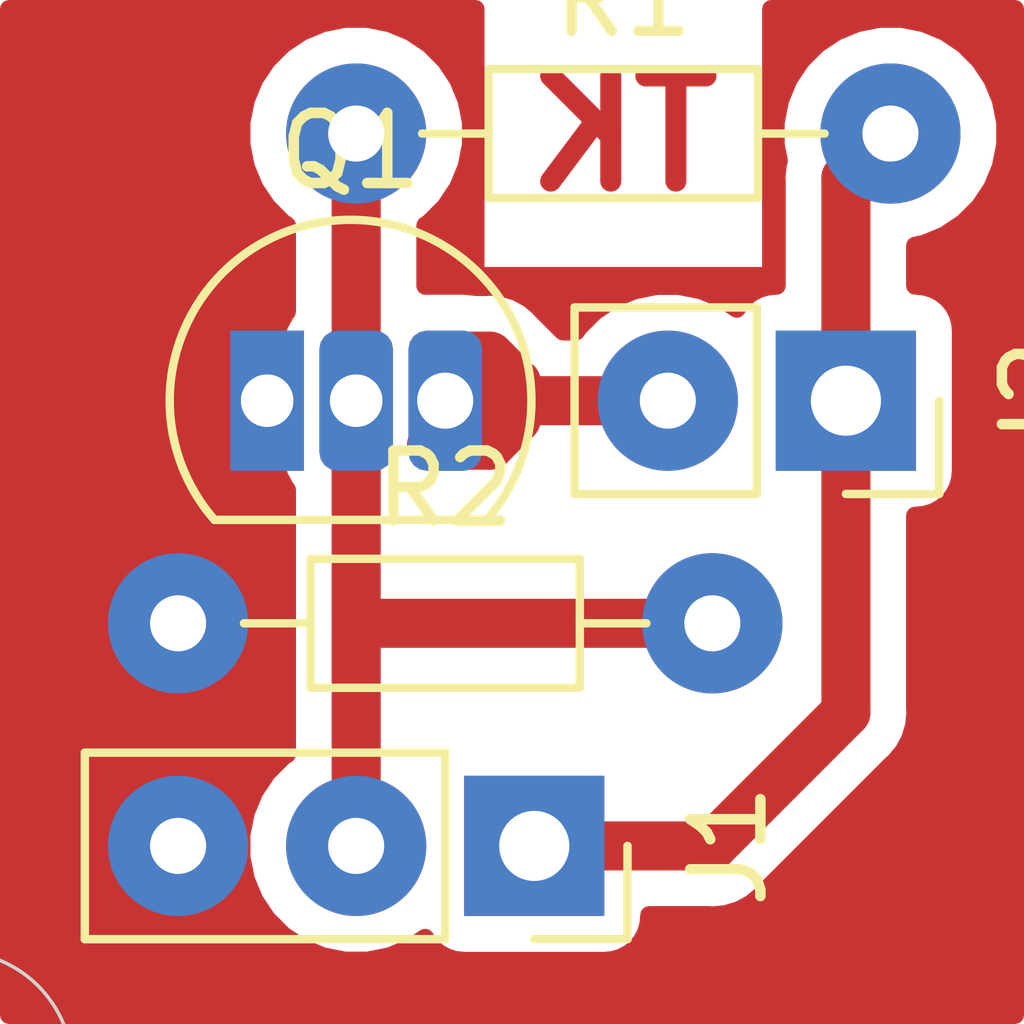
<source format=kicad_pcb>
(kicad_pcb (version 20171130) (host pcbnew "(5.1.6)-1")

  (general
    (thickness 1.6)
    (drawings 2)
    (tracks 23)
    (zones 0)
    (modules 5)
    (nets 5)
  )

  (page A4)
  (layers
    (0 F.Cu signal)
    (31 B.Cu signal hide)
    (32 B.Adhes user hide)
    (33 F.Adhes user hide)
    (34 B.Paste user hide)
    (35 F.Paste user hide)
    (36 B.SilkS user hide)
    (37 F.SilkS user hide)
    (38 B.Mask user hide)
    (39 F.Mask user hide)
    (40 Dwgs.User user hide)
    (41 Cmts.User user hide)
    (42 Eco1.User user hide)
    (43 Eco2.User user hide)
    (44 Edge.Cuts user hide)
    (45 Margin user hide)
    (46 B.CrtYd user hide)
    (47 F.CrtYd user hide)
    (48 B.Fab user hide)
    (49 F.Fab user hide)
  )

  (setup
    (last_trace_width 0.7)
    (trace_clearance 0.2)
    (zone_clearance 0.508)
    (zone_45_only no)
    (trace_min 0.2)
    (via_size 0.8)
    (via_drill 0.4)
    (via_min_size 0.4)
    (via_min_drill 0.3)
    (uvia_size 0.3)
    (uvia_drill 0.1)
    (uvias_allowed no)
    (uvia_min_size 0.2)
    (uvia_min_drill 0.1)
    (edge_width 0.05)
    (segment_width 0.2)
    (pcb_text_width 0.3)
    (pcb_text_size 1.5 1.5)
    (mod_edge_width 0.12)
    (mod_text_size 1 1)
    (mod_text_width 0.15)
    (pad_size 2 2)
    (pad_drill 1)
    (pad_to_mask_clearance 0.05)
    (aux_axis_origin 134.62 100.33)
    (visible_elements FFFFFF7F)
    (pcbplotparams
      (layerselection 0x010fc_ffffffff)
      (usegerberextensions false)
      (usegerberattributes true)
      (usegerberadvancedattributes true)
      (creategerberjobfile true)
      (excludeedgelayer true)
      (linewidth 0.100000)
      (plotframeref false)
      (viasonmask false)
      (mode 1)
      (useauxorigin true)
      (hpglpennumber 1)
      (hpglpenspeed 20)
      (hpglpendiameter 15.000000)
      (psnegative false)
      (psa4output false)
      (plotreference true)
      (plotvalue true)
      (plotinvisibletext false)
      (padsonsilk false)
      (subtractmaskfromsilk false)
      (outputformat 1)
      (mirror false)
      (drillshape 0)
      (scaleselection 1)
      (outputdirectory "F:/Tools/KiCad-Projects/2n2222 amp 2/"))
  )

  (net 0 "")
  (net 1 "Net-(J1-Pad2)")
  (net 2 "Net-(J1-Pad1)")
  (net 3 "Net-(J2-Pad2)")
  (net 4 GND)

  (net_class Default "This is the default net class."
    (clearance 0.2)
    (trace_width 0.7)
    (via_dia 0.8)
    (via_drill 0.4)
    (uvia_dia 0.3)
    (uvia_drill 0.1)
    (add_net GND)
    (add_net "Net-(J1-Pad1)")
    (add_net "Net-(J1-Pad2)")
    (add_net "Net-(J2-Pad2)")
  )

  (module Resistor_THT:R_Axial_DIN0204_L3.6mm_D1.6mm_P7.62mm_Horizontal (layer F.Cu) (tedit 5AE5139B) (tstamp 5F696BCB)
    (at 137.795 93.98)
    (descr "Resistor, Axial_DIN0204 series, Axial, Horizontal, pin pitch=7.62mm, 0.167W, length*diameter=3.6*1.6mm^2, http://cdn-reichelt.de/documents/datenblatt/B400/1_4W%23YAG.pdf")
    (tags "Resistor Axial_DIN0204 series Axial Horizontal pin pitch 7.62mm 0.167W length 3.6mm diameter 1.6mm")
    (path /5F69A7D1)
    (fp_text reference R2 (at 3.81 -1.92) (layer F.SilkS)
      (effects (font (size 1 1) (thickness 0.15)))
    )
    (fp_text value R_US (at 3.81 1.92) (layer F.Fab)
      (effects (font (size 1 1) (thickness 0.15)))
    )
    (fp_text user %R (at 3.81 0) (layer F.Fab)
      (effects (font (size 0.72 0.72) (thickness 0.108)))
    )
    (fp_line (start 2.01 -0.8) (end 2.01 0.8) (layer F.Fab) (width 0.1))
    (fp_line (start 2.01 0.8) (end 5.61 0.8) (layer F.Fab) (width 0.1))
    (fp_line (start 5.61 0.8) (end 5.61 -0.8) (layer F.Fab) (width 0.1))
    (fp_line (start 5.61 -0.8) (end 2.01 -0.8) (layer F.Fab) (width 0.1))
    (fp_line (start 0 0) (end 2.01 0) (layer F.Fab) (width 0.1))
    (fp_line (start 7.62 0) (end 5.61 0) (layer F.Fab) (width 0.1))
    (fp_line (start 1.89 -0.92) (end 1.89 0.92) (layer F.SilkS) (width 0.12))
    (fp_line (start 1.89 0.92) (end 5.73 0.92) (layer F.SilkS) (width 0.12))
    (fp_line (start 5.73 0.92) (end 5.73 -0.92) (layer F.SilkS) (width 0.12))
    (fp_line (start 5.73 -0.92) (end 1.89 -0.92) (layer F.SilkS) (width 0.12))
    (fp_line (start 0.94 0) (end 1.89 0) (layer F.SilkS) (width 0.12))
    (fp_line (start 6.68 0) (end 5.73 0) (layer F.SilkS) (width 0.12))
    (fp_line (start -0.95 -1.05) (end -0.95 1.05) (layer F.CrtYd) (width 0.05))
    (fp_line (start -0.95 1.05) (end 8.57 1.05) (layer F.CrtYd) (width 0.05))
    (fp_line (start 8.57 1.05) (end 8.57 -1.05) (layer F.CrtYd) (width 0.05))
    (fp_line (start 8.57 -1.05) (end -0.95 -1.05) (layer F.CrtYd) (width 0.05))
    (pad 2 thru_hole circle (at 7.62 0) (size 2 2) (drill 0.8) (layers *.Cu *.Mask)
      (net 1 "Net-(J1-Pad2)"))
    (pad 1 thru_hole circle (at 0 0) (size 2 2) (drill 0.8) (layers *.Cu *.Mask)
      (net 4 GND))
    (model ${KISYS3DMOD}/Resistor_THT.3dshapes/R_Axial_DIN0204_L3.6mm_D1.6mm_P7.62mm_Horizontal.wrl
      (at (xyz 0 0 0))
      (scale (xyz 1 1 1))
      (rotate (xyz 0 0 0))
    )
  )

  (module Resistor_THT:R_Axial_DIN0204_L3.6mm_D1.6mm_P7.62mm_Horizontal (layer F.Cu) (tedit 5F691510) (tstamp 5F696BB4)
    (at 140.335 86.995)
    (descr "Resistor, Axial_DIN0204 series, Axial, Horizontal, pin pitch=7.62mm, 0.167W, length*diameter=3.6*1.6mm^2, http://cdn-reichelt.de/documents/datenblatt/B400/1_4W%23YAG.pdf")
    (tags "Resistor Axial_DIN0204 series Axial Horizontal pin pitch 7.62mm 0.167W length 3.6mm diameter 1.6mm")
    (path /5F69918D)
    (fp_text reference R1 (at 3.81 -1.92) (layer F.SilkS)
      (effects (font (size 1 1) (thickness 0.15)))
    )
    (fp_text value R_US (at 3.81 1.92) (layer F.Fab)
      (effects (font (size 1 1) (thickness 0.15)))
    )
    (fp_text user %R (at 3.81 0) (layer F.Fab)
      (effects (font (size 0.72 0.72) (thickness 0.108)))
    )
    (fp_line (start 2.01 -0.8) (end 2.01 0.8) (layer F.Fab) (width 0.1))
    (fp_line (start 2.01 0.8) (end 5.61 0.8) (layer F.Fab) (width 0.1))
    (fp_line (start 5.61 0.8) (end 5.61 -0.8) (layer F.Fab) (width 0.1))
    (fp_line (start 5.61 -0.8) (end 2.01 -0.8) (layer F.Fab) (width 0.1))
    (fp_line (start 0 0) (end 2.01 0) (layer F.Fab) (width 0.1))
    (fp_line (start 7.62 0) (end 5.61 0) (layer F.Fab) (width 0.1))
    (fp_line (start 1.89 -0.92) (end 1.89 0.92) (layer F.SilkS) (width 0.12))
    (fp_line (start 1.89 0.92) (end 5.73 0.92) (layer F.SilkS) (width 0.12))
    (fp_line (start 5.73 0.92) (end 5.73 -0.92) (layer F.SilkS) (width 0.12))
    (fp_line (start 5.73 -0.92) (end 1.89 -0.92) (layer F.SilkS) (width 0.12))
    (fp_line (start 0.94 0) (end 1.89 0) (layer F.SilkS) (width 0.12))
    (fp_line (start 6.68 0) (end 5.73 0) (layer F.SilkS) (width 0.12))
    (fp_line (start -0.95 -1.05) (end -0.95 1.05) (layer F.CrtYd) (width 0.05))
    (fp_line (start -0.95 1.05) (end 8.57 1.05) (layer F.CrtYd) (width 0.05))
    (fp_line (start 8.57 1.05) (end 8.57 -1.05) (layer F.CrtYd) (width 0.05))
    (fp_line (start 8.57 -1.05) (end -0.95 -1.05) (layer F.CrtYd) (width 0.05))
    (pad 2 thru_hole circle (at 7.62 0) (size 2 2) (drill 0.8) (layers *.Cu *.Mask)
      (net 2 "Net-(J1-Pad1)"))
    (pad 1 thru_hole circle (at 0 0) (size 2 2) (drill 0.8) (layers *.Cu *.Mask)
      (net 1 "Net-(J1-Pad2)"))
    (model ${KISYS3DMOD}/Resistor_THT.3dshapes/R_Axial_DIN0204_L3.6mm_D1.6mm_P7.62mm_Horizontal.wrl
      (at (xyz 0 0 0))
      (scale (xyz 1 1 1))
      (rotate (xyz 0 0 0))
    )
  )

  (module Package_TO_SOT_THT:TO-92L_Inline (layer F.Cu) (tedit 5F6914F9) (tstamp 5F696B9D)
    (at 139.065 90.805)
    (descr "TO-92L leads in-line (large body variant of TO-92), also known as TO-226, wide, drill 0.75mm (see https://www.diodes.com/assets/Package-Files/TO92L.pdf and http://www.ti.com/lit/an/snoa059/snoa059.pdf)")
    (tags "TO-92L Inline Wide transistor")
    (path /5F690F33)
    (fp_text reference Q1 (at 1.19 -3.56) (layer F.SilkS)
      (effects (font (size 1 1) (thickness 0.15)))
    )
    (fp_text value Q_NPN_EBC (at 1.19 2.79) (layer F.Fab)
      (effects (font (size 1 1) (thickness 0.15)))
    )
    (fp_arc (start 1.19 0) (end 1.19 -2.48) (angle -130.2499344) (layer F.Fab) (width 0.1))
    (fp_arc (start 1.19 0) (end 1.19 -2.48) (angle 129.9527847) (layer F.Fab) (width 0.1))
    (fp_arc (start 1.19 0) (end -0.75 1.7) (angle 262.164354) (layer F.SilkS) (width 0.12))
    (fp_text user %R (at 1.19 -3.56) (layer F.Fab)
      (effects (font (size 1 1) (thickness 0.15)))
    )
    (fp_line (start -0.75 1.7) (end 3.1 1.7) (layer F.SilkS) (width 0.12))
    (fp_line (start -0.7 1.6) (end 3.05 1.6) (layer F.Fab) (width 0.1))
    (fp_line (start -1.55 -2.75) (end 3.95 -2.75) (layer F.CrtYd) (width 0.05))
    (fp_line (start -1.55 -2.75) (end -1.55 1.85) (layer F.CrtYd) (width 0.05))
    (fp_line (start 3.95 1.85) (end 3.95 -2.75) (layer F.CrtYd) (width 0.05))
    (fp_line (start 3.95 1.85) (end -1.55 1.85) (layer F.CrtYd) (width 0.05))
    (pad 1 thru_hole rect (at 0 0) (size 1.05 2) (drill 0.75) (layers *.Cu *.Mask)
      (net 4 GND))
    (pad 3 thru_hole roundrect (at 2.54 0) (size 1.05 2) (drill 0.8) (layers *.Cu *.Mask) (roundrect_rratio 0.25)
      (net 3 "Net-(J2-Pad2)"))
    (pad 2 thru_hole roundrect (at 1.27 0) (size 1.05 2) (drill 0.75) (layers *.Cu *.Mask) (roundrect_rratio 0.25)
      (net 1 "Net-(J1-Pad2)"))
    (model ${KISYS3DMOD}/Package_TO_SOT_THT.3dshapes/TO-92L_Inline.wrl
      (at (xyz 0 0 0))
      (scale (xyz 1 1 1))
      (rotate (xyz 0 0 0))
    )
  )

  (module Connector_PinSocket_2.54mm:PinSocket_1x02_P2.54mm_Vertical (layer F.Cu) (tedit 5F691554) (tstamp 5F696B8C)
    (at 147.32 90.805 270)
    (descr "Through hole straight socket strip, 1x02, 2.54mm pitch, single row (from Kicad 4.0.7), script generated")
    (tags "Through hole socket strip THT 1x02 2.54mm single row")
    (path /5F69A8FB)
    (fp_text reference J2 (at 0 -2.77 90) (layer F.SilkS)
      (effects (font (size 1 1) (thickness 0.15)))
    )
    (fp_text value Conn_01x02_Female (at 0 5.31 90) (layer F.Fab)
      (effects (font (size 1 1) (thickness 0.15)))
    )
    (fp_text user %R (at 0 1.27) (layer F.Fab)
      (effects (font (size 1 1) (thickness 0.15)))
    )
    (fp_line (start -1.27 -1.27) (end 0.635 -1.27) (layer F.Fab) (width 0.1))
    (fp_line (start 0.635 -1.27) (end 1.27 -0.635) (layer F.Fab) (width 0.1))
    (fp_line (start 1.27 -0.635) (end 1.27 3.81) (layer F.Fab) (width 0.1))
    (fp_line (start 1.27 3.81) (end -1.27 3.81) (layer F.Fab) (width 0.1))
    (fp_line (start -1.27 3.81) (end -1.27 -1.27) (layer F.Fab) (width 0.1))
    (fp_line (start -1.33 1.27) (end 1.33 1.27) (layer F.SilkS) (width 0.12))
    (fp_line (start -1.33 1.27) (end -1.33 3.87) (layer F.SilkS) (width 0.12))
    (fp_line (start -1.33 3.87) (end 1.33 3.87) (layer F.SilkS) (width 0.12))
    (fp_line (start 1.33 1.27) (end 1.33 3.87) (layer F.SilkS) (width 0.12))
    (fp_line (start 1.33 -1.33) (end 1.33 0) (layer F.SilkS) (width 0.12))
    (fp_line (start 0 -1.33) (end 1.33 -1.33) (layer F.SilkS) (width 0.12))
    (fp_line (start -1.8 -1.8) (end 1.75 -1.8) (layer F.CrtYd) (width 0.05))
    (fp_line (start 1.75 -1.8) (end 1.75 4.3) (layer F.CrtYd) (width 0.05))
    (fp_line (start 1.75 4.3) (end -1.8 4.3) (layer F.CrtYd) (width 0.05))
    (fp_line (start -1.8 4.3) (end -1.8 -1.8) (layer F.CrtYd) (width 0.05))
    (pad 2 thru_hole oval (at 0 2.54 270) (size 2 2) (drill 0.8) (layers *.Cu *.Mask)
      (net 3 "Net-(J2-Pad2)"))
    (pad 1 thru_hole rect (at 0 0 270) (size 2 2) (drill 1) (layers *.Cu *.Mask)
      (net 2 "Net-(J1-Pad1)"))
    (model ${KISYS3DMOD}/Connector_PinSocket_2.54mm.3dshapes/PinSocket_1x02_P2.54mm_Vertical.wrl
      (at (xyz 0 0 0))
      (scale (xyz 1 1 1))
      (rotate (xyz 0 0 0))
    )
  )

  (module Connector_PinSocket_2.54mm:PinSocket_1x03_P2.54mm_Vertical (layer F.Cu) (tedit 5F69155B) (tstamp 5F696B76)
    (at 142.875 97.155 270)
    (descr "Through hole straight socket strip, 1x03, 2.54mm pitch, single row (from Kicad 4.0.7), script generated")
    (tags "Through hole socket strip THT 1x03 2.54mm single row")
    (path /5F697520)
    (fp_text reference J1 (at 0 -2.77 90) (layer F.SilkS)
      (effects (font (size 1 1) (thickness 0.15)))
    )
    (fp_text value Conn_01x03_Male (at 0 7.85 90) (layer F.Fab)
      (effects (font (size 1 1) (thickness 0.15)))
    )
    (fp_text user %R (at 0 2.54) (layer F.Fab)
      (effects (font (size 1 1) (thickness 0.15)))
    )
    (fp_line (start -1.27 -1.27) (end 0.635 -1.27) (layer F.Fab) (width 0.1))
    (fp_line (start 0.635 -1.27) (end 1.27 -0.635) (layer F.Fab) (width 0.1))
    (fp_line (start 1.27 -0.635) (end 1.27 6.35) (layer F.Fab) (width 0.1))
    (fp_line (start 1.27 6.35) (end -1.27 6.35) (layer F.Fab) (width 0.1))
    (fp_line (start -1.27 6.35) (end -1.27 -1.27) (layer F.Fab) (width 0.1))
    (fp_line (start -1.33 1.27) (end 1.33 1.27) (layer F.SilkS) (width 0.12))
    (fp_line (start -1.33 1.27) (end -1.33 6.41) (layer F.SilkS) (width 0.12))
    (fp_line (start -1.33 6.41) (end 1.33 6.41) (layer F.SilkS) (width 0.12))
    (fp_line (start 1.33 1.27) (end 1.33 6.41) (layer F.SilkS) (width 0.12))
    (fp_line (start 1.33 -1.33) (end 1.33 0) (layer F.SilkS) (width 0.12))
    (fp_line (start 0 -1.33) (end 1.33 -1.33) (layer F.SilkS) (width 0.12))
    (fp_line (start -1.8 -1.8) (end 1.75 -1.8) (layer F.CrtYd) (width 0.05))
    (fp_line (start 1.75 -1.8) (end 1.75 6.85) (layer F.CrtYd) (width 0.05))
    (fp_line (start 1.75 6.85) (end -1.8 6.85) (layer F.CrtYd) (width 0.05))
    (fp_line (start -1.8 6.85) (end -1.8 -1.8) (layer F.CrtYd) (width 0.05))
    (pad 3 thru_hole oval (at 0 5.08 270) (size 2 2) (drill 0.8) (layers *.Cu *.Mask)
      (net 4 GND))
    (pad 2 thru_hole oval (at 0 2.54 270) (size 2 2) (drill 0.8) (layers *.Cu *.Mask)
      (net 1 "Net-(J1-Pad2)"))
    (pad 1 thru_hole rect (at 0 0 270) (size 2 2) (drill 1) (layers *.Cu *.Mask)
      (net 2 "Net-(J1-Pad1)"))
    (model ${KISYS3DMOD}/Connector_PinSocket_2.54mm.3dshapes/PinSocket_1x03_P2.54mm_Vertical.wrl
      (at (xyz 0 0 0))
      (scale (xyz 1 1 1))
      (rotate (xyz 0 0 0))
    )
  )

  (target plus (at 134.62 100.33) (size 5) (width 0.05) (layer Edge.Cuts))
  (gr_text TK (at 144.145 86.995) (layer F.Cu)
    (effects (font (size 1.5 1.5) (thickness 0.3)) (justify mirror))
  )

  (segment (start 140.335 90.805) (end 140.335 86.995) (width 0.7) (layer F.Cu) (net 1))
  (segment (start 140.335 96.52) (end 140.335 97.155) (width 0.7) (layer F.Cu) (net 1))
  (segment (start 145.415 93.98) (end 140.335 93.98) (width 0.7) (layer F.Cu) (net 1))
  (segment (start 140.335 90.805) (end 140.335 93.98) (width 0.7) (layer F.Cu) (net 1))
  (segment (start 140.335 93.98) (end 140.335 96.52) (width 0.7) (layer F.Cu) (net 1))
  (segment (start 145.415 97.155) (end 142.875 97.155) (width 0.7) (layer F.Cu) (net 2))
  (segment (start 147.32 90.805) (end 147.32 95.25) (width 0.7) (layer F.Cu) (net 2))
  (segment (start 147.32 95.25) (end 145.415 97.155) (width 0.7) (layer F.Cu) (net 2))
  (segment (start 147.32 87.63) (end 147.955 86.995) (width 0.7) (layer F.Cu) (net 2))
  (segment (start 147.32 90.805) (end 147.32 87.63) (width 0.7) (layer F.Cu) (net 2))
  (segment (start 142.24 90.805) (end 141.605 91.44) (width 0.7) (layer F.Cu) (net 3))
  (segment (start 142.24 90.805) (end 141.605 90.17) (width 0.7) (layer F.Cu) (net 3))
  (segment (start 142.621 90.805) (end 142.621 90.551) (width 0.7) (layer F.Cu) (net 3))
  (segment (start 142.621 90.805) (end 144.78 90.805) (width 0.7) (layer F.Cu) (net 3))
  (segment (start 142.24 90.805) (end 142.621 90.805) (width 0.7) (layer F.Cu) (net 3))
  (segment (start 142.621 90.551) (end 142.24 90.17) (width 0.7) (layer F.Cu) (net 3))
  (segment (start 142.621 90.805) (end 142.621 91.059) (width 0.7) (layer F.Cu) (net 3))
  (segment (start 142.621 91.059) (end 142.24 91.44) (width 0.7) (layer F.Cu) (net 3))
  (segment (start 141.605 90.805) (end 141.605 91.44) (width 0.7) (layer F.Cu) (net 3))
  (segment (start 141.605 90.805) (end 141.605 91.059) (width 0.7) (layer F.Cu) (net 3))
  (segment (start 141.605 90.805) (end 141.605 90.551) (width 0.7) (layer F.Cu) (net 3))
  (segment (start 142.24 90.17) (end 141.478 90.17) (width 0.7) (layer F.Cu) (net 3))
  (segment (start 142.24 91.44) (end 141.41001 91.44) (width 0.7) (layer F.Cu) (net 3))

  (zone (net 4) (net_name GND) (layer F.Cu) (tstamp 5F6973EF) (hatch edge 0.508)
    (connect_pads yes (clearance 0.508))
    (min_thickness 0.254)
    (fill yes (arc_segments 32) (thermal_gap 0.508) (thermal_bridge_width 0.508))
    (polygon
      (pts
        (xy 149.86 99.695) (xy 135.255 99.695) (xy 135.255 85.09) (xy 149.86 85.09)
      )
    )
    (filled_polygon
      (pts
        (xy 142.038572 89.025) (xy 146.251429 89.025) (xy 146.251429 85.217) (xy 149.733 85.217) (xy 149.733 99.568)
        (xy 135.382 99.568) (xy 135.382 86.833967) (xy 138.7 86.833967) (xy 138.7 87.156033) (xy 138.762832 87.471912)
        (xy 138.886082 87.769463) (xy 139.065013 88.037252) (xy 139.292748 88.264987) (xy 139.350001 88.303242) (xy 139.35 89.535124)
        (xy 139.323702 89.567169) (xy 139.24048 89.722866) (xy 139.189232 89.891807) (xy 139.171928 90.0675) (xy 139.171928 91.5425)
        (xy 139.189232 91.718193) (xy 139.24048 91.887134) (xy 139.323702 92.042831) (xy 139.35 92.074876) (xy 139.350001 93.93161)
        (xy 139.345235 93.98) (xy 139.35 94.02838) (xy 139.350001 95.846758) (xy 139.292748 95.885013) (xy 139.065013 96.112748)
        (xy 138.886082 96.380537) (xy 138.762832 96.678088) (xy 138.7 96.993967) (xy 138.7 97.316033) (xy 138.762832 97.631912)
        (xy 138.886082 97.929463) (xy 139.065013 98.197252) (xy 139.292748 98.424987) (xy 139.560537 98.603918) (xy 139.858088 98.727168)
        (xy 140.173967 98.79) (xy 140.496033 98.79) (xy 140.811912 98.727168) (xy 141.109463 98.603918) (xy 141.319809 98.46337)
        (xy 141.344463 98.509494) (xy 141.423815 98.606185) (xy 141.520506 98.685537) (xy 141.63082 98.744502) (xy 141.750518 98.780812)
        (xy 141.875 98.793072) (xy 143.875 98.793072) (xy 143.999482 98.780812) (xy 144.11918 98.744502) (xy 144.229494 98.685537)
        (xy 144.326185 98.606185) (xy 144.405537 98.509494) (xy 144.464502 98.39918) (xy 144.500812 98.279482) (xy 144.513072 98.155)
        (xy 144.513072 98.14) (xy 145.36662 98.14) (xy 145.415 98.144765) (xy 145.46338 98.14) (xy 145.608094 98.125747)
        (xy 145.793767 98.069424) (xy 145.964884 97.97796) (xy 146.11487 97.85487) (xy 146.145716 97.817284) (xy 147.98229 95.980711)
        (xy 148.01987 95.94987) (xy 148.14296 95.799884) (xy 148.234424 95.628767) (xy 148.290747 95.443094) (xy 148.305 95.29838)
        (xy 148.309765 95.25) (xy 148.305 95.20162) (xy 148.305 92.443072) (xy 148.32 92.443072) (xy 148.444482 92.430812)
        (xy 148.56418 92.394502) (xy 148.674494 92.335537) (xy 148.771185 92.256185) (xy 148.850537 92.159494) (xy 148.909502 92.04918)
        (xy 148.945812 91.929482) (xy 148.958072 91.805) (xy 148.958072 89.805) (xy 148.945812 89.680518) (xy 148.909502 89.56082)
        (xy 148.850537 89.450506) (xy 148.771185 89.353815) (xy 148.674494 89.274463) (xy 148.56418 89.215498) (xy 148.444482 89.179188)
        (xy 148.32 89.166928) (xy 148.305 89.166928) (xy 148.305 88.592412) (xy 148.431912 88.567168) (xy 148.729463 88.443918)
        (xy 148.997252 88.264987) (xy 149.224987 88.037252) (xy 149.403918 87.769463) (xy 149.527168 87.471912) (xy 149.59 87.156033)
        (xy 149.59 86.833967) (xy 149.527168 86.518088) (xy 149.403918 86.220537) (xy 149.224987 85.952748) (xy 148.997252 85.725013)
        (xy 148.729463 85.546082) (xy 148.431912 85.422832) (xy 148.116033 85.36) (xy 147.793967 85.36) (xy 147.478088 85.422832)
        (xy 147.180537 85.546082) (xy 146.912748 85.725013) (xy 146.685013 85.952748) (xy 146.506082 86.220537) (xy 146.382832 86.518088)
        (xy 146.32 86.833967) (xy 146.32 87.156033) (xy 146.365328 87.383914) (xy 146.349253 87.436907) (xy 146.330235 87.63)
        (xy 146.335001 87.67839) (xy 146.335001 89.166928) (xy 146.32 89.166928) (xy 146.195518 89.179188) (xy 146.07582 89.215498)
        (xy 145.965506 89.274463) (xy 145.868815 89.353815) (xy 145.789463 89.450506) (xy 145.764809 89.49663) (xy 145.554463 89.356082)
        (xy 145.256912 89.232832) (xy 144.941033 89.17) (xy 144.618967 89.17) (xy 144.303088 89.232832) (xy 144.005537 89.356082)
        (xy 143.737748 89.535013) (xy 143.510013 89.762748) (xy 143.471758 89.82) (xy 143.282999 89.82) (xy 142.970716 89.507717)
        (xy 142.93987 89.47013) (xy 142.789884 89.34704) (xy 142.618767 89.255576) (xy 142.433094 89.199253) (xy 142.28838 89.185)
        (xy 142.24 89.180235) (xy 142.19162 89.185) (xy 142.045725 89.185) (xy 142.043193 89.184232) (xy 141.8675 89.166928)
        (xy 141.3425 89.166928) (xy 141.32 89.169144) (xy 141.32 88.303242) (xy 141.377252 88.264987) (xy 141.604987 88.037252)
        (xy 141.783918 87.769463) (xy 141.907168 87.471912) (xy 141.97 87.156033) (xy 141.97 86.833967) (xy 141.907168 86.518088)
        (xy 141.783918 86.220537) (xy 141.604987 85.952748) (xy 141.377252 85.725013) (xy 141.109463 85.546082) (xy 140.811912 85.422832)
        (xy 140.496033 85.36) (xy 140.173967 85.36) (xy 139.858088 85.422832) (xy 139.560537 85.546082) (xy 139.292748 85.725013)
        (xy 139.065013 85.952748) (xy 138.886082 86.220537) (xy 138.762832 86.518088) (xy 138.7 86.833967) (xy 135.382 86.833967)
        (xy 135.382 85.217) (xy 142.038572 85.217)
      )
    )
  )
)

</source>
